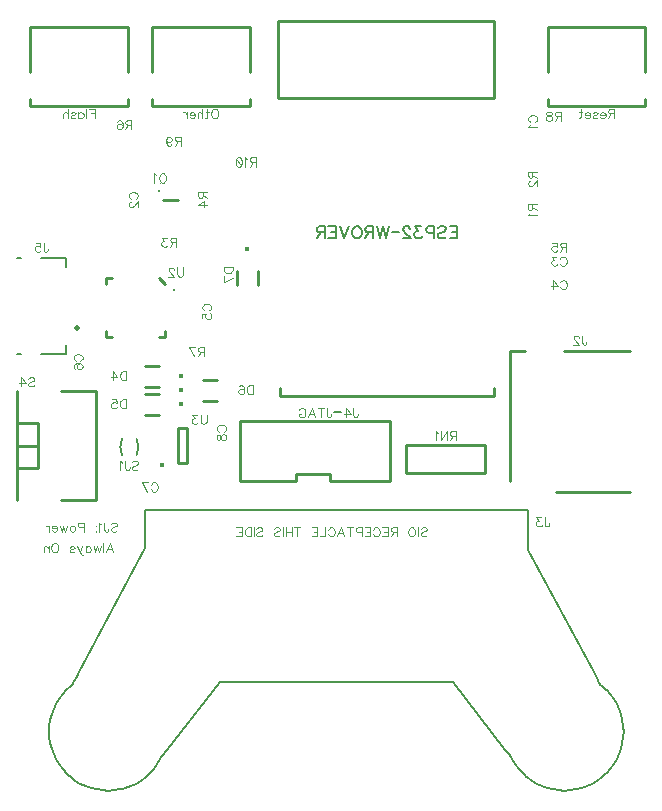
<source format=gbr>
G04 DipTrace 3.3.1.3*
G04 BottomSilk.gbr*
%MOMM*%
G04 #@! TF.FileFunction,Legend,Bot*
G04 #@! TF.Part,Single*
%ADD10C,0.25*%
%ADD14C,0.2*%
%ADD20O,0.40037X0.39994*%
%ADD22O,0.39994X0.40037*%
%ADD33C,0.15*%
%ADD34C,0.50018*%
%ADD38C,0.31758*%
%ADD44C,0.1524*%
%ADD48O,0.29906X0.3001*%
%ADD53O,0.39103X0.39118*%
%ADD119C,0.11765*%
%ADD120C,0.15686*%
%FSLAX35Y35*%
G04*
G71*
G90*
G75*
G01*
G04 BotSilk*
%LPD*%
X2221738Y4661872D2*
D10*
X2101768D1*
X2221738Y4481882D2*
X2101768D1*
D20*
X2406738Y4571877D3*
X2221738Y4423748D2*
D10*
X2101768D1*
X2221738Y4243758D2*
X2101768D1*
D20*
X2406738Y4333753D3*
X2591872Y4363672D2*
D10*
X2711842D1*
X2591872Y4543662D2*
X2711842D1*
D20*
X2406872Y4453667D3*
X2878515Y5460238D2*
D10*
Y5340268D1*
X3058505Y5460238D2*
Y5340268D1*
D22*
X2968510Y5645238D3*
X6208878Y4789699D2*
D10*
X5647157D1*
X5320836D2*
X5191304D1*
Y3687581D1*
X5577409Y3589360D2*
X6205141D1*
X5969855Y1951138D2*
D14*
X5955754Y1961350D1*
X5952836Y1966813D1*
X5947001Y1977975D1*
X5926579Y2016450D1*
X5900808Y2064663D1*
X5347456Y3101825D1*
Y3439550D1*
X5329951D1*
X5169974D1*
X4482904D1*
X3556598D1*
X2702257D1*
X2272899D1*
X2102712D1*
Y3115838D1*
X1542066Y2064663D1*
X1535258Y2052075D1*
X1523588Y2029750D1*
X1516294Y2016450D1*
X1495872Y1977975D1*
X1490037Y1966813D1*
X1487119Y1961350D1*
X1474963Y1952563D1*
X1473018Y1951138D1*
X1436550Y1918125D1*
X1403485Y1881788D1*
X1374310Y1842363D1*
X1349025Y1800325D1*
X1328116Y1755913D1*
X1311583Y1709600D1*
X1299913Y1662100D1*
X1292620Y1613650D1*
X1292133Y1606763D1*
X1290188Y1564488D1*
X1292620Y1515563D1*
X1299913Y1467113D1*
X1311583Y1419375D1*
X1328116Y1373300D1*
X1349025Y1328888D1*
X1374310Y1286850D1*
X1403485Y1247425D1*
X1415641Y1234363D1*
X1436550Y1210850D1*
X1451623Y1197075D1*
X1473018Y1178075D1*
X1512404Y1148863D1*
X1554708Y1123450D1*
X1598957Y1102550D1*
X1645151Y1086163D1*
X1692803Y1074050D1*
X1741428Y1066925D1*
X1790053Y1064550D1*
X1839164Y1066925D1*
X1887789Y1074050D1*
X1914047Y1080700D1*
X1935442Y1086163D1*
X1981635Y1102550D1*
X2025884Y1123450D1*
X2068188Y1148863D1*
X2107574Y1178075D1*
X2128483Y1197075D1*
X2143557Y1210850D1*
X2164952Y1234363D1*
X2176622Y1247425D1*
X2205796Y1286850D1*
X2231081Y1328888D1*
X2238861Y1344800D1*
X2247614Y1355725D1*
X2290404Y1410113D1*
X2737754Y1979638D1*
X4705120D1*
X5152469Y1410113D1*
X5190883Y1361425D1*
X5195259Y1355725D1*
X5204012Y1344800D1*
X5211792Y1328888D1*
X5237077Y1286850D1*
X5266252Y1247425D1*
X5299317Y1210850D1*
X5314391Y1197075D1*
X5329951Y1182825D1*
X5335299Y1178075D1*
X5374686Y1148863D1*
X5416989Y1123450D1*
X5461238Y1102550D1*
X5507432Y1086163D1*
X5555084Y1074050D1*
X5603709Y1066925D1*
X5652820Y1064550D1*
X5701445Y1066925D1*
X5750070Y1074050D1*
X5797723Y1086163D1*
X5843916Y1102550D1*
X5888165Y1123450D1*
X5930469Y1148863D1*
X5969855Y1178075D1*
X5991250Y1197075D1*
X6006324Y1210850D1*
X6010214Y1215363D1*
X6039389Y1247425D1*
X6068564Y1286850D1*
X6093849Y1328888D1*
X6114758Y1373300D1*
X6131290Y1419375D1*
X6142960Y1467113D1*
X6150254Y1515563D1*
X6152685Y1564488D1*
X6151226Y1595125D1*
X6150254Y1613650D1*
X6142960Y1662100D1*
X6131290Y1709600D1*
X6114758Y1755913D1*
X6093849Y1800325D1*
X6068564Y1842363D1*
X6039389Y1881788D1*
X6010214Y1913613D1*
X6006324Y1918125D1*
X5969855Y1951138D1*
X4175007Y3682857D2*
D10*
Y4190857D1*
X2905007D1*
Y3682857D2*
Y4190857D1*
X4175007Y3682857D2*
X3667007D1*
X3381257D2*
X2905007D1*
X3667007D2*
Y3746357D1*
X3381257D1*
Y3682857D1*
D34*
X1529698Y4978904D3*
X1224694Y4763914D2*
D33*
X1434690D1*
Y4833853D1*
X1224694Y5573856D2*
X1434690D1*
Y5493913D1*
X1054725Y4763914D2*
X1014698D1*
X1054725Y5573856D2*
X1014698D1*
X2256496Y6065133D2*
D10*
X2383510D1*
D38*
X2218680Y6144333D3*
X4312797Y3750372D2*
D10*
X4982770D1*
Y3993188D1*
X4312797D1*
Y3750372D1*
X2161598Y7145666D2*
Y7526676D1*
X2987162Y7145666D2*
X2987073Y7526676D1*
X2161598D2*
X2987162D1*
X2161598Y6923399D2*
Y6859877D1*
X2987162D1*
Y6923399D1*
X5511225Y7145692D2*
Y7526703D1*
X6336789Y7145692D2*
X6336700Y7526703D1*
X5511225D2*
X6336789D1*
X5511225Y6923426D2*
Y6859903D1*
X6336789D1*
Y6923426D1*
X1129725Y7145692D2*
Y7526703D1*
X1955289Y7145692D2*
X1955200Y7526703D1*
X1129725D2*
X1955289D1*
X1129725Y6923426D2*
Y6859903D1*
X1955289D1*
Y6923426D1*
X1688253Y4444578D2*
X1386577D1*
X1037440Y4174671D2*
X1196149D1*
Y3793669D1*
X1037440D1*
X1196149Y3984170D2*
X1037440D1*
X1021463Y4444578D2*
Y3523855D1*
X1688253Y4444578D2*
Y3523855D1*
X1386577D1*
X1907423Y4043562D2*
D44*
G03X1907423Y3901318I158336J-71122D01*
G01*
X2029343D2*
G03X2029343Y4043562I-158336J71122D01*
G01*
X5056486Y7581078D2*
D10*
X3230966D1*
Y6930204D1*
X5056486D1*
Y7581078D1*
Y4470534D2*
Y4407034D1*
X3437219Y4406082D1*
X3246728Y4407034D2*
Y4470534D1*
Y4407034D2*
X3484890D1*
X1819939Y5402159D2*
X1769991D1*
Y5352142D1*
X1819939Y4902101D2*
X1769991D1*
Y4952119D2*
Y4902101D1*
X2269913D2*
X2219902D1*
X2269913Y4952119D2*
Y4902101D1*
D48*
X2344804Y5302153D3*
X2219902Y5402159D2*
D10*
X2269913Y5352142D1*
D53*
X2243652Y3820896D3*
X2380978Y3834262D2*
D10*
Y4134257D1*
X2460964Y3834262D2*
Y4134257D1*
X2380978D2*
X2460964D1*
X2380978Y3834262D2*
X2460964D1*
X5364235Y6725951D2*
D119*
X5356992Y6729573D1*
X5349663Y6736901D1*
X5346042Y6744145D1*
Y6758717D1*
X5349663Y6766045D1*
X5356992Y6773289D1*
X5364235Y6776995D1*
X5375185Y6780617D1*
X5393463D1*
X5404329Y6776995D1*
X5411657Y6773289D1*
X5418901Y6766045D1*
X5422607Y6758717D1*
Y6744145D1*
X5418901Y6736901D1*
X5411657Y6729573D1*
X5404329Y6725951D1*
X5360698Y6702422D2*
X5356991Y6695094D1*
X5346126Y6684144D1*
X5422607D1*
X1982862Y6075587D2*
X1975618Y6079209D1*
X1968290Y6086537D1*
X1964668Y6093781D1*
Y6108353D1*
X1968290Y6115681D1*
X1975618Y6122925D1*
X1982862Y6126631D1*
X1993812Y6130253D1*
X2012090D1*
X2022956Y6126631D1*
X2030284Y6122925D1*
X2037528Y6115681D1*
X2041234Y6108353D1*
Y6093781D1*
X2037528Y6086537D1*
X2030284Y6079209D1*
X2022956Y6075587D1*
X1982946Y6048352D2*
X1979324D1*
X1971996Y6044730D1*
X1968374Y6041108D1*
X1964752Y6033780D1*
Y6019208D1*
X1968374Y6011964D1*
X1971996Y6008342D1*
X1979324Y6004636D1*
X1986568D1*
X1993896Y6008342D1*
X2004762Y6015586D1*
X2041234Y6052058D1*
Y6001014D1*
X5615290Y5566438D2*
X5618912Y5573682D1*
X5626240Y5581010D1*
X5633484Y5584632D1*
X5648056D1*
X5655384Y5581010D1*
X5662628Y5573682D1*
X5666334Y5566438D1*
X5669956Y5555488D1*
Y5537210D1*
X5666334Y5526344D1*
X5662628Y5519016D1*
X5655384Y5511772D1*
X5648056Y5508066D1*
X5633484D1*
X5626240Y5511772D1*
X5618912Y5519016D1*
X5615290Y5526344D1*
X5584433Y5584548D2*
X5544423D1*
X5566239Y5555404D1*
X5555289D1*
X5548045Y5551782D1*
X5544423Y5548160D1*
X5540717Y5537210D1*
Y5529966D1*
X5544423Y5519016D1*
X5551667Y5511688D1*
X5562617Y5508066D1*
X5573567D1*
X5584433Y5511688D1*
X5588055Y5515394D1*
X5591761Y5522638D1*
X5618558Y5367841D2*
X5622180Y5375085D1*
X5629508Y5382413D1*
X5636752Y5386035D1*
X5651324D1*
X5658652Y5382413D1*
X5665896Y5375085D1*
X5669602Y5367841D1*
X5673224Y5356891D1*
Y5338613D1*
X5669602Y5327748D1*
X5665896Y5320420D1*
X5658652Y5313176D1*
X5651324Y5309470D1*
X5636752D1*
X5629508Y5313176D1*
X5622180Y5320420D1*
X5618558Y5327748D1*
X5558557Y5309470D2*
Y5385951D1*
X5595029Y5334991D1*
X5540363D1*
X2605005Y5129644D2*
X2597762Y5133266D1*
X2590433Y5140594D1*
X2586812Y5147838D1*
Y5162410D1*
X2590433Y5169738D1*
X2597762Y5176982D1*
X2605005Y5180688D1*
X2615955Y5184310D1*
X2634233D1*
X2645099Y5180688D1*
X2652427Y5176982D1*
X2659671Y5169738D1*
X2663377Y5162410D1*
Y5147838D1*
X2659671Y5140594D1*
X2652427Y5133266D1*
X2645099Y5129644D1*
X2586896Y5062399D2*
Y5098787D1*
X2619662Y5102408D1*
X2616040Y5098787D1*
X2612333Y5087837D1*
Y5076971D1*
X2616040Y5066021D1*
X2623283Y5058693D1*
X2634233Y5055071D1*
X2641477D1*
X2652427Y5058693D1*
X2659755Y5066021D1*
X2663377Y5076971D1*
Y5087836D1*
X2659755Y5098786D1*
X2656049Y5102408D1*
X2648805Y5106115D1*
X1514859Y4703851D2*
X1507615Y4707473D1*
X1500287Y4714801D1*
X1496665Y4722045D1*
Y4736617D1*
X1500287Y4743945D1*
X1507615Y4751189D1*
X1514859Y4754895D1*
X1525809Y4758517D1*
X1544087D1*
X1554953Y4754895D1*
X1562281Y4751188D1*
X1569524Y4743945D1*
X1573231Y4736616D1*
Y4722045D1*
X1569524Y4714801D1*
X1562281Y4707473D1*
X1554953Y4703851D1*
X1507615Y4636606D2*
X1500371Y4640228D1*
X1496749Y4651178D1*
Y4658422D1*
X1500371Y4669372D1*
X1511321Y4676700D1*
X1529515Y4680322D1*
X1547709Y4680321D1*
X1562281Y4676700D1*
X1569609Y4669371D1*
X1573231Y4658421D1*
Y4654800D1*
X1569609Y4643934D1*
X1562281Y4636606D1*
X1551330Y4632984D1*
X1547709D1*
X1536759Y4636606D1*
X1529515Y4643934D1*
X1525893Y4654800D1*
Y4658422D1*
X1529515Y4669372D1*
X1536759Y4676700D1*
X1547709Y4680321D1*
X2152960Y3654368D2*
X2156582Y3661612D1*
X2163910Y3668940D1*
X2171154Y3672562D1*
X2185726D1*
X2193054Y3668940D1*
X2200298Y3661612D1*
X2204004Y3654368D1*
X2207626Y3643418D1*
Y3625140D1*
X2204004Y3614274D1*
X2200298Y3606946D1*
X2193054Y3599702D1*
X2185726Y3595996D1*
X2171154D1*
X2163910Y3599702D1*
X2156582Y3606946D1*
X2152960Y3614274D1*
X2114859Y3595996D2*
X2078387Y3672477D1*
X2129431D1*
X2728982Y4104042D2*
X2721738Y4107664D1*
X2714410Y4114992D1*
X2710788Y4122236D1*
Y4136808D1*
X2714410Y4144136D1*
X2721738Y4151379D1*
X2728982Y4155086D1*
X2739932Y4158708D1*
X2758210Y4158707D1*
X2769076Y4155086D1*
X2776404Y4151379D1*
X2783648Y4144136D1*
X2787354Y4136807D1*
Y4122236D1*
X2783648Y4114992D1*
X2776404Y4107664D1*
X2769076Y4104042D1*
X2710872Y4062319D2*
X2714494Y4073184D1*
X2721738Y4076891D1*
X2729066D1*
X2736310Y4073184D1*
X2740016Y4065941D1*
X2743638Y4051369D1*
X2747260Y4040419D1*
X2754588Y4033175D1*
X2761832Y4029553D1*
X2772782D1*
X2780026Y4033175D1*
X2783732Y4036797D1*
X2787354Y4047747D1*
Y4062319D1*
X2783732Y4073184D1*
X2780026Y4076890D1*
X2772782Y4080512D1*
X2761832D1*
X2754588Y4076891D1*
X2747260Y4069562D1*
X2743638Y4058697D1*
X2740016Y4044125D1*
X2736310Y4036797D1*
X2729066Y4033175D1*
X2721738D1*
X2714494Y4036797D1*
X2710872Y4047747D1*
Y4062319D1*
X1941376Y4614714D2*
Y4538148D1*
X1915854D1*
X1904904Y4541854D1*
X1897576Y4549098D1*
X1893954Y4556426D1*
X1890332Y4567292D1*
Y4585570D1*
X1893954Y4596520D1*
X1897576Y4603764D1*
X1904904Y4611092D1*
X1915854Y4614714D1*
X1941376D1*
X1830331Y4538148D2*
Y4614629D1*
X1866803Y4563670D1*
X1812137D1*
X1939565Y4376590D2*
Y4300025D1*
X1914043D1*
X1903093Y4303731D1*
X1895765Y4310975D1*
X1892143Y4318303D1*
X1888521Y4329168D1*
Y4347446D1*
X1892143Y4358396D1*
X1895765Y4365640D1*
X1903093Y4372968D1*
X1914043Y4376590D1*
X1939565D1*
X1821276Y4376506D2*
X1857664D1*
X1861286Y4343740D1*
X1857664Y4347362D1*
X1846714Y4351068D1*
X1835848D1*
X1824898Y4347362D1*
X1817570Y4340118D1*
X1813948Y4329168D1*
Y4321925D1*
X1817570Y4310975D1*
X1824898Y4303646D1*
X1835848Y4300025D1*
X1846714D1*
X1857664Y4303646D1*
X1861286Y4307353D1*
X1864992Y4314596D1*
X3013686Y4496504D2*
Y4419938D1*
X2988164D1*
X2977214Y4423644D1*
X2969886Y4430888D1*
X2966264Y4438216D1*
X2962642Y4449082D1*
Y4467360D1*
X2966264Y4478310D1*
X2969886Y4485554D1*
X2977214Y4492882D1*
X2988164Y4496504D1*
X3013686D1*
X2895396Y4485554D2*
X2899018Y4492798D1*
X2909968Y4496419D1*
X2917212D1*
X2928162Y4492798D1*
X2935490Y4481848D1*
X2939112Y4463654D1*
Y4445460D1*
X2935490Y4430888D1*
X2928162Y4423560D1*
X2917212Y4419938D1*
X2913590D1*
X2902725Y4423560D1*
X2895396Y4430888D1*
X2891775Y4441838D1*
Y4445460D1*
X2895396Y4456410D1*
X2902725Y4463654D1*
X2913590Y4467276D1*
X2917212D1*
X2928162Y4463654D1*
X2935490Y4456410D1*
X2939112Y4445460D1*
X2766923Y5495565D2*
X2843489D1*
Y5470043D1*
X2839783Y5459093D1*
X2832539Y5451765D1*
X2825211Y5448143D1*
X2814345Y5444522D1*
X2796067D1*
X2785117Y5448144D1*
X2777873Y5451765D1*
X2770545Y5459094D1*
X2766923Y5470044D1*
Y5495565D1*
X2843489Y5406420D2*
X2767007Y5369948D1*
Y5420992D1*
X5801967Y4916599D2*
Y4858311D1*
X5805589Y4847361D1*
X5809295Y4843739D1*
X5816539Y4840033D1*
X5823867D1*
X5831111Y4843739D1*
X5834733Y4847361D1*
X5838439Y4858311D1*
Y4865555D1*
X5774732Y4898321D2*
Y4901943D1*
X5771110Y4909271D1*
X5767488Y4912893D1*
X5760160Y4916514D1*
X5745588D1*
X5738344Y4912893D1*
X5734722Y4909271D1*
X5731016Y4901943D1*
Y4894699D1*
X5734722Y4887371D1*
X5741966Y4876505D1*
X5778438Y4840033D1*
X5727394D1*
X5486737Y3376519D2*
Y3318231D1*
X5490359Y3307281D1*
X5494065Y3303659D1*
X5501309Y3299953D1*
X5508637D1*
X5515881Y3303659D1*
X5519503Y3307281D1*
X5523209Y3318231D1*
Y3325475D1*
X5455880Y3376434D2*
X5415870D1*
X5437686Y3347291D1*
X5426736D1*
X5419492Y3343669D1*
X5415870Y3340047D1*
X5412164Y3329097D1*
Y3321853D1*
X5415870Y3310903D1*
X5423114Y3303575D1*
X5434064Y3299953D1*
X5445014D1*
X5455880Y3303575D1*
X5459502Y3307281D1*
X5463208Y3314525D1*
X3639106Y4302449D2*
Y4244161D1*
X3642728Y4233211D1*
X3646434Y4229589D1*
X3653678Y4225883D1*
X3661006D1*
X3668249Y4229589D1*
X3671871Y4233211D1*
X3675578Y4244161D1*
Y4251405D1*
X3590054Y4302449D2*
Y4225883D1*
X3615576Y4302449D2*
X3564532D1*
X3482631Y4225883D2*
X3511859Y4302449D1*
X3541003Y4225883D1*
X3530053Y4251405D2*
X3493581D1*
X3404436Y4284255D2*
X3408058Y4291499D1*
X3415386Y4298827D1*
X3422630Y4302449D1*
X3437202D1*
X3444530Y4298827D1*
X3451774Y4291499D1*
X3455480Y4284255D1*
X3459102Y4273305D1*
Y4255027D1*
X3455480Y4244161D1*
X3451774Y4236833D1*
X3444530Y4229589D1*
X3437202Y4225883D1*
X3422630D1*
X3415386Y4229589D1*
X3408058Y4236833D1*
X3404436Y4244161D1*
Y4255027D1*
X3422630D1*
X3865988Y4301662D2*
Y4243374D1*
X3869610Y4232424D1*
X3873316Y4228802D1*
X3880560Y4225096D1*
X3887888D1*
X3895132Y4228802D1*
X3898754Y4232424D1*
X3902460Y4243374D1*
Y4250618D1*
X3805987Y4225096D2*
Y4301577D1*
X3842459Y4250618D1*
X3787793D1*
X1242951Y5702975D2*
Y5644688D1*
X1246573Y5633738D1*
X1250279Y5630116D1*
X1257523Y5626410D1*
X1264851D1*
X1272095Y5630116D1*
X1275716Y5633738D1*
X1279423Y5644688D1*
Y5651931D1*
X1175706Y5702891D2*
X1212093D1*
X1215715Y5670125D1*
X1212093Y5673747D1*
X1201143Y5677453D1*
X1190277D1*
X1179327Y5673747D1*
X1171999Y5666503D1*
X1168377Y5655553D1*
Y5648310D1*
X1171999Y5637360D1*
X1179327Y5630031D1*
X1190277Y5626410D1*
X1201143D1*
X1212093Y5630031D1*
X1215715Y5633738D1*
X1219421Y5640981D1*
X2258590Y6288602D2*
X2265834Y6285064D1*
X2273162Y6277736D1*
X2276784Y6270408D1*
X2280490Y6259458D1*
Y6241264D1*
X2276784Y6230314D1*
X2273162Y6223070D1*
X2265834Y6215742D1*
X2258590Y6212120D1*
X2244018D1*
X2236690Y6215742D1*
X2229446Y6223070D1*
X2225824Y6230314D1*
X2222118Y6241264D1*
Y6259458D1*
X2225824Y6270408D1*
X2229446Y6277736D1*
X2236690Y6285064D1*
X2244018Y6288602D1*
X2258590D1*
X2247640Y6226692D2*
X2225824Y6204792D1*
X2198588Y6273946D2*
X2191260Y6277652D1*
X2180310Y6288518D1*
Y6212036D1*
X5379900Y6029716D2*
Y5996950D1*
X5376194Y5986000D1*
X5372572Y5982294D1*
X5365328Y5978672D1*
X5358000D1*
X5350756Y5982294D1*
X5347050Y5986000D1*
X5343428Y5996950D1*
Y6029716D1*
X5419994D1*
X5379900Y6004194D2*
X5419994Y5978672D1*
X5358084Y5955143D2*
X5354378Y5947815D1*
X5343512Y5936865D1*
X5419994D1*
X5381947Y6304575D2*
Y6271810D1*
X5378241Y6260860D1*
X5374619Y6257153D1*
X5367375Y6253532D1*
X5360047D1*
X5352803Y6257154D1*
X5349097Y6260860D1*
X5345475Y6271810D1*
Y6304575D1*
X5422041D1*
X5381947Y6279053D2*
X5422041Y6253531D1*
X5363753Y6226296D2*
X5360131D1*
X5352803Y6222674D1*
X5349181Y6219052D1*
X5345559Y6211724D1*
Y6197152D1*
X5349181Y6189908D1*
X5352803Y6186287D1*
X5360131Y6182580D1*
X5367375D1*
X5374703Y6186287D1*
X5385569Y6193530D1*
X5422041Y6230002D1*
X5422040Y6178958D1*
X2366355Y5707300D2*
X2333589D1*
X2322639Y5711006D1*
X2318933Y5714628D1*
X2315311Y5721872D1*
Y5729200D1*
X2318933Y5736444D1*
X2322639Y5740150D1*
X2333589Y5743772D1*
X2366355D1*
Y5667206D1*
X2340833Y5707300D2*
X2315311Y5667206D1*
X2284454Y5743687D2*
X2244444D1*
X2266260Y5714544D1*
X2255310D1*
X2248066Y5710922D1*
X2244444Y5707300D1*
X2240738Y5696350D1*
Y5689106D1*
X2244444Y5678156D1*
X2251688Y5670828D1*
X2262638Y5667206D1*
X2273588D1*
X2284454Y5670828D1*
X2288076Y5674534D1*
X2291782Y5681778D1*
X2589574Y6130253D2*
Y6097487D1*
X2585868Y6086537D1*
X2582246Y6082831D1*
X2575002Y6079209D1*
X2567674D1*
X2560430Y6082831D1*
X2556724Y6086537D1*
X2553102Y6097487D1*
Y6130253D1*
X2629668D1*
X2589574Y6104731D2*
X2629668Y6079209D1*
Y6019208D2*
X2553186D1*
X2604146Y6055680D1*
Y6001014D1*
X5668065Y5666253D2*
X5635299D1*
X5624349Y5669960D1*
X5620643Y5673581D1*
X5617021Y5680825D1*
Y5688153D1*
X5620643Y5695397D1*
X5624349Y5699103D1*
X5635299Y5702725D1*
X5668065D1*
Y5626160D1*
X5642543Y5666253D2*
X5617021Y5626160D1*
X5549776Y5702641D2*
X5586164D1*
X5589786Y5669875D1*
X5586164Y5673497D1*
X5575214Y5677203D1*
X5564348D1*
X5553398Y5673497D1*
X5546070Y5666253D1*
X5542448Y5655303D1*
Y5648060D1*
X5546070Y5637110D1*
X5553398Y5629781D1*
X5564348Y5626160D1*
X5575214D1*
X5586164Y5629781D1*
X5589786Y5633488D1*
X5593492Y5640731D1*
X1985899Y6702393D2*
X1953133D1*
X1942183Y6706100D1*
X1938477Y6709721D1*
X1934855Y6716965D1*
Y6724293D1*
X1938477Y6731537D1*
X1942183Y6735243D1*
X1953133Y6738865D1*
X1985899D1*
Y6662300D1*
X1960377Y6702393D2*
X1934855Y6662300D1*
X1867610Y6727915D2*
X1871232Y6735159D1*
X1882182Y6738781D1*
X1889426D1*
X1900376Y6735159D1*
X1907704Y6724209D1*
X1911326Y6706015D1*
Y6687821D1*
X1907704Y6673250D1*
X1900376Y6665921D1*
X1889426Y6662300D1*
X1885804D1*
X1874938Y6665921D1*
X1867610Y6673250D1*
X1863988Y6684200D1*
Y6687821D1*
X1867610Y6698771D1*
X1874938Y6706015D1*
X1885804Y6709637D1*
X1889426D1*
X1900376Y6706015D1*
X1907704Y6698771D1*
X1911326Y6687821D1*
X2601029Y4779622D2*
X2568263D1*
X2557313Y4783328D1*
X2553607Y4786950D1*
X2549985Y4794194D1*
Y4801522D1*
X2553607Y4808766D1*
X2557313Y4812472D1*
X2568263Y4816094D1*
X2601029D1*
Y4739528D1*
X2575507Y4779622D2*
X2549985Y4739528D1*
X2511883D2*
X2475411Y4816009D1*
X2526455D1*
X5622446Y6774052D2*
X5589681D1*
X5578731Y6777758D1*
X5575025Y6781380D1*
X5571403Y6788624D1*
Y6795952D1*
X5575025Y6803196D1*
X5578731Y6806902D1*
X5589681Y6810524D1*
X5622446D1*
Y6733958D1*
X5596925Y6774052D2*
X5571403Y6733958D1*
X5529679Y6810439D2*
X5540545Y6806818D1*
X5544251Y6799574D1*
Y6792246D1*
X5540545Y6785002D1*
X5533301Y6781296D1*
X5518729Y6777674D1*
X5507779Y6774052D1*
X5500536Y6766724D1*
X5496914Y6759480D1*
Y6748530D1*
X5500536Y6741286D1*
X5504157Y6737580D1*
X5515107Y6733958D1*
X5529679D1*
X5540545Y6737580D1*
X5544251Y6741286D1*
X5547873Y6748530D1*
Y6759480D1*
X5544251Y6766724D1*
X5536923Y6774052D1*
X5526057Y6777674D1*
X5511486Y6781296D1*
X5504157Y6785002D1*
X5500536Y6792246D1*
Y6799574D1*
X5504157Y6806818D1*
X5515107Y6810439D1*
X5529679D1*
X2402548Y6565050D2*
X2369782D1*
X2358832Y6568756D1*
X2355126Y6572378D1*
X2351504Y6579622D1*
Y6586950D1*
X2355126Y6594194D1*
X2358832Y6597900D1*
X2369782Y6601522D1*
X2402548D1*
Y6524956D1*
X2377026Y6565050D2*
X2351504Y6524956D1*
X2280552Y6576000D2*
X2284259Y6565050D1*
X2291502Y6557722D1*
X2302452Y6554100D1*
X2306074D1*
X2317024Y6557722D1*
X2324268Y6565050D1*
X2327974Y6576000D1*
Y6579622D1*
X2324268Y6590572D1*
X2317024Y6597816D1*
X2306074Y6601438D1*
X2302452D1*
X2291502Y6597816D1*
X2284259Y6590572D1*
X2280552Y6576000D1*
Y6557722D1*
X2284259Y6539528D1*
X2291502Y6528578D1*
X2302452Y6524956D1*
X2309696D1*
X2320646Y6528578D1*
X2324268Y6535906D1*
X3037416Y6387806D2*
X3004650D1*
X2993700Y6391513D1*
X2989994Y6395134D1*
X2986372Y6402378D1*
Y6409706D1*
X2989994Y6416950D1*
X2993700Y6420656D1*
X3004650Y6424278D1*
X3037416D1*
Y6347713D1*
X3011894Y6387806D2*
X2986372Y6347713D1*
X2962842Y6409622D2*
X2955514Y6413328D1*
X2944564Y6424194D1*
Y6347713D1*
X2899135Y6424194D2*
X2910085Y6420572D1*
X2917413Y6409622D1*
X2921035Y6391428D1*
Y6380478D1*
X2917413Y6362284D1*
X2910085Y6351334D1*
X2899135Y6347713D1*
X2891891D1*
X2880941Y6351334D1*
X2873697Y6362284D1*
X2869991Y6380478D1*
Y6391428D1*
X2873697Y6409622D1*
X2880941Y6420572D1*
X2891891Y6424194D1*
X2899135D1*
X2873697Y6409622D2*
X2917413Y6362284D1*
X4731496Y4068308D2*
X4698730D1*
X4687780Y4072015D1*
X4684074Y4075636D1*
X4680452Y4082880D1*
Y4090208D1*
X4684074Y4097452D1*
X4687780Y4101158D1*
X4698730Y4104780D1*
X4731496D1*
Y4028215D1*
X4705974Y4068308D2*
X4680452Y4028215D1*
X4605879Y4104780D2*
Y4028215D1*
X4656922Y4104780D1*
Y4028215D1*
X4582349Y4090124D2*
X4575021Y4093830D1*
X4564071Y4104696D1*
Y4028215D1*
X2699773Y6834032D2*
X2707102Y6830410D1*
X2714345Y6823082D1*
X2718052Y6815838D1*
X2721673Y6804888D1*
Y6786610D1*
X2718052Y6775744D1*
X2714345Y6768416D1*
X2707102Y6761172D1*
X2699773Y6757466D1*
X2685202D1*
X2677958Y6761172D1*
X2670630Y6768416D1*
X2667008Y6775744D1*
X2663386Y6786610D1*
Y6804888D1*
X2667008Y6815838D1*
X2670630Y6823082D1*
X2677958Y6830410D1*
X2685202Y6834032D1*
X2699773D1*
X2628906D2*
Y6772038D1*
X2625284Y6761172D1*
X2617956Y6757466D1*
X2610713D1*
X2639856Y6808510D2*
X2614334D1*
X2587183Y6834032D2*
Y6757466D1*
Y6793938D2*
X2576233Y6804888D1*
X2568905Y6808510D1*
X2557955D1*
X2550711Y6804888D1*
X2547089Y6793938D1*
Y6757466D1*
X2523560Y6786610D2*
X2479844D1*
Y6793938D1*
X2483466Y6801266D1*
X2487088Y6804888D1*
X2494416Y6808510D1*
X2505366D1*
X2512610Y6804888D1*
X2519938Y6797560D1*
X2523560Y6786610D1*
Y6779366D1*
X2519938Y6768416D1*
X2512610Y6761172D1*
X2505366Y6757466D1*
X2494416D1*
X2487088Y6761172D1*
X2479844Y6768416D1*
X2456315Y6808510D2*
Y6757466D1*
Y6786610D2*
X2452609Y6797560D1*
X2445365Y6804888D1*
X2438037Y6808510D1*
X2427087D1*
X6074922Y6797586D2*
X6042156D1*
X6031206Y6801293D1*
X6027500Y6804914D1*
X6023878Y6812158D1*
Y6819486D1*
X6027500Y6826730D1*
X6031206Y6830436D1*
X6042156Y6834058D1*
X6074922D1*
Y6757493D1*
X6049400Y6797586D2*
X6023878Y6757493D1*
X6000349Y6786636D2*
X5956633D1*
Y6793964D1*
X5960255Y6801293D1*
X5963877Y6804914D1*
X5971205Y6808536D1*
X5982155D1*
X5989399Y6804914D1*
X5996727Y6797586D1*
X6000349Y6786636D1*
Y6779393D1*
X5996727Y6768443D1*
X5989399Y6761199D1*
X5982155Y6757493D1*
X5971205D1*
X5963877Y6761199D1*
X5956633Y6768443D1*
X5893010Y6797586D2*
X5896632Y6804914D1*
X5907582Y6808536D1*
X5918532D1*
X5929482Y6804914D1*
X5933104Y6797586D1*
X5929482Y6790343D1*
X5922154Y6786636D1*
X5903960Y6783014D1*
X5896632Y6779393D1*
X5893010Y6772064D1*
Y6768443D1*
X5896632Y6761199D1*
X5907582Y6757493D1*
X5918532D1*
X5929482Y6761199D1*
X5933104Y6768443D1*
X5869480Y6786636D2*
X5825765D1*
Y6793964D1*
X5829387Y6801293D1*
X5833008Y6804914D1*
X5840337Y6808536D1*
X5851287D1*
X5858530Y6804914D1*
X5865858Y6797586D1*
X5869480Y6786636D1*
Y6779393D1*
X5865858Y6768443D1*
X5858530Y6761199D1*
X5851287Y6757493D1*
X5840337D1*
X5833008Y6761199D1*
X5825765Y6768443D1*
X5791285Y6834058D2*
Y6772064D1*
X5787663Y6761199D1*
X5780335Y6757493D1*
X5773091D1*
X5802235Y6808536D2*
X5776713D1*
X1627806Y6834058D2*
X1675228D1*
Y6757493D1*
Y6797586D2*
X1646084D1*
X1604277Y6834058D2*
Y6757493D1*
X1537032Y6808536D2*
Y6757493D1*
Y6797586D2*
X1544276Y6804914D1*
X1551604Y6808536D1*
X1562469D1*
X1569797Y6804914D1*
X1577041Y6797586D1*
X1580747Y6786636D1*
Y6779393D1*
X1577041Y6768443D1*
X1569797Y6761199D1*
X1562469Y6757493D1*
X1551604D1*
X1544276Y6761199D1*
X1537032Y6768443D1*
X1473408Y6797586D2*
X1477030Y6804914D1*
X1487980Y6808536D1*
X1498930D1*
X1509880Y6804914D1*
X1513502Y6797586D1*
X1509880Y6790343D1*
X1502552Y6786636D1*
X1484358Y6783014D1*
X1477030Y6779393D1*
X1473408Y6772064D1*
Y6768443D1*
X1477030Y6761199D1*
X1487980Y6757493D1*
X1498930D1*
X1509880Y6761199D1*
X1513502Y6768443D1*
X1449879Y6834058D2*
Y6757493D1*
Y6793964D2*
X1438929Y6804914D1*
X1431601Y6808536D1*
X1420651D1*
X1413407Y6804914D1*
X1409785Y6793964D1*
Y6757493D1*
X1114452Y4550905D2*
X1121696Y4558233D1*
X1132646Y4561855D1*
X1147218D1*
X1158168Y4558233D1*
X1165496Y4550905D1*
Y4543661D1*
X1161790Y4536333D1*
X1158168Y4532711D1*
X1150924Y4529090D1*
X1129024Y4521761D1*
X1121696Y4518140D1*
X1118074Y4514433D1*
X1114452Y4507190D1*
Y4496240D1*
X1121696Y4488996D1*
X1132646Y4485290D1*
X1147218D1*
X1158168Y4488996D1*
X1165496Y4496240D1*
X1054451Y4485290D2*
Y4561771D1*
X1090923Y4510811D1*
X1036257D1*
X1993766Y3844205D2*
X2001010Y3851533D1*
X2011960Y3855155D1*
X2026532D1*
X2037482Y3851533D1*
X2044810Y3844205D1*
Y3836961D1*
X2041104Y3829633D1*
X2037482Y3826011D1*
X2030238Y3822389D1*
X2008338Y3815061D1*
X2001010Y3811439D1*
X1997388Y3807733D1*
X1993766Y3800489D1*
Y3789539D1*
X2001010Y3782295D1*
X2011960Y3778589D1*
X2026532D1*
X2037482Y3782295D1*
X2044810Y3789539D1*
X1933765Y3855155D2*
Y3796867D1*
X1937386Y3785917D1*
X1941093Y3782295D1*
X1948336Y3778589D1*
X1955665D1*
X1962908Y3782295D1*
X1966530Y3785917D1*
X1970236Y3796867D1*
Y3804111D1*
X1910235Y3840499D2*
X1902907Y3844205D1*
X1891957Y3855071D1*
Y3778589D1*
X2423939Y5492722D2*
Y5438056D1*
X2420317Y5427106D1*
X2412989Y5419862D1*
X2402039Y5416156D1*
X2394795D1*
X2383845Y5419862D1*
X2376517Y5427106D1*
X2372895Y5438056D1*
Y5492722D1*
X2345659Y5474444D2*
Y5478066D1*
X2342037Y5485394D1*
X2338415Y5489016D1*
X2331087Y5492638D1*
X2316515D1*
X2309271Y5489016D1*
X2305650Y5485394D1*
X2301943Y5478066D1*
Y5470822D1*
X2305650Y5463494D1*
X2312893Y5452628D1*
X2349365Y5416156D1*
X2298321D1*
X2623172Y4245845D2*
Y4191180D1*
X2619550Y4180230D1*
X2612222Y4172986D1*
X2601272Y4169280D1*
X2594028D1*
X2583078Y4172986D1*
X2575750Y4180230D1*
X2572128Y4191180D1*
Y4245845D1*
X2541271Y4245761D2*
X2501261D1*
X2523077Y4216617D1*
X2512127D1*
X2504883Y4212995D1*
X2501261Y4209373D1*
X2497555Y4198423D1*
Y4191180D1*
X2501261Y4180230D1*
X2508505Y4172901D1*
X2519455Y4169280D1*
X2530405D1*
X2541271Y4172901D1*
X2544893Y4176608D1*
X2548599Y4183851D1*
X1815074Y3322112D2*
X1822318Y3329440D1*
X1833268Y3333062D1*
X1847840D1*
X1858790Y3329440D1*
X1866118Y3322112D1*
Y3314868D1*
X1862412Y3307540D1*
X1858790Y3303918D1*
X1851546Y3300296D1*
X1829646Y3292968D1*
X1822318Y3289346D1*
X1818696Y3285640D1*
X1815074Y3278396D1*
Y3267446D1*
X1822318Y3260202D1*
X1833268Y3256496D1*
X1847840D1*
X1858790Y3260202D1*
X1866118Y3267446D1*
X1755073Y3333062D2*
Y3274774D1*
X1758695Y3263824D1*
X1762401Y3260202D1*
X1769645Y3256496D1*
X1776973D1*
X1784217Y3260202D1*
X1787839Y3263824D1*
X1791545Y3274774D1*
Y3282018D1*
X1731544Y3318405D2*
X1724215Y3322112D1*
X1713265Y3332977D1*
Y3256496D1*
X1686030Y3307540D2*
X1689736Y3303834D1*
X1686030Y3300212D1*
X1682408Y3303834D1*
X1686030Y3307540D1*
Y3263824D2*
X1689736Y3260118D1*
X1686030Y3256496D1*
X1682408Y3260118D1*
X1686030Y3263824D1*
X1584811Y3292968D2*
X1551961D1*
X1541095Y3296590D1*
X1537389Y3300296D1*
X1533767Y3307540D1*
Y3318490D1*
X1537389Y3325734D1*
X1541095Y3329440D1*
X1551961Y3333062D1*
X1584811D1*
Y3256496D1*
X1492044Y3307540D2*
X1499287Y3303918D1*
X1506615Y3296590D1*
X1510237Y3285640D1*
Y3278396D1*
X1506615Y3267446D1*
X1499287Y3260202D1*
X1492044Y3256496D1*
X1481094D1*
X1473765Y3260202D1*
X1466522Y3267446D1*
X1462815Y3278396D1*
Y3285640D1*
X1466522Y3296590D1*
X1473765Y3303918D1*
X1481094Y3307540D1*
X1492044D1*
X1439286D2*
X1424714Y3256496D1*
X1410142Y3307540D1*
X1395570Y3256496D1*
X1380998Y3307540D1*
X1357469Y3285640D2*
X1313753D1*
Y3292968D1*
X1317375Y3300296D1*
X1320997Y3303918D1*
X1328325Y3307540D1*
X1339275D1*
X1346519Y3303918D1*
X1353847Y3296590D1*
X1357469Y3285640D1*
Y3278396D1*
X1353847Y3267446D1*
X1346519Y3260202D1*
X1339275Y3256496D1*
X1328325D1*
X1320997Y3260202D1*
X1313753Y3267446D1*
X1290224Y3307540D2*
Y3256496D1*
Y3285640D2*
X1286518Y3296590D1*
X1279274Y3303918D1*
X1271946Y3307540D1*
X1260996D1*
X4679945Y5840747D2*
D120*
X4743062D1*
Y5738659D1*
X4679945D1*
X4743062Y5792117D2*
X4704204D1*
X4580514Y5826147D2*
X4590173Y5835917D1*
X4604773Y5840747D1*
X4624202D1*
X4638802Y5835917D1*
X4648573Y5826147D1*
Y5816488D1*
X4643631Y5806717D1*
X4638802Y5801888D1*
X4629143Y5797059D1*
X4599943Y5787288D1*
X4590173Y5782459D1*
X4585343Y5777517D1*
X4580514Y5767859D1*
Y5753259D1*
X4590173Y5743600D1*
X4604773Y5738659D1*
X4624202D1*
X4638802Y5743600D1*
X4648573Y5753259D1*
X4549141Y5787288D2*
X4505341D1*
X4490854Y5792117D1*
X4485912Y5797059D1*
X4481083Y5806717D1*
Y5821317D1*
X4485912Y5830976D1*
X4490854Y5835917D1*
X4505341Y5840747D1*
X4549141D1*
Y5738659D1*
X4439940Y5840634D2*
X4386594D1*
X4415681Y5801776D1*
X4401081D1*
X4391423Y5796947D1*
X4386594Y5792117D1*
X4381652Y5777517D1*
Y5767859D1*
X4386594Y5753259D1*
X4396252Y5743488D1*
X4410852Y5738659D1*
X4425452D1*
X4439940Y5743488D1*
X4444769Y5748430D1*
X4449710Y5758088D1*
X4345338Y5816376D2*
Y5821205D1*
X4340509Y5830976D1*
X4335679Y5835805D1*
X4325909Y5840634D1*
X4306479D1*
X4296821Y5835805D1*
X4291992Y5830976D1*
X4287050Y5821205D1*
Y5811547D1*
X4291992Y5801776D1*
X4301650Y5787288D1*
X4350279Y5738659D1*
X4282221D1*
X4250848Y5789647D2*
X4194695D1*
X4163322Y5840747D2*
X4138951Y5738659D1*
X4114693Y5840747D1*
X4090434Y5738659D1*
X4066064Y5840747D1*
X4034691Y5792117D2*
X3991003D1*
X3976403Y5797059D1*
X3971462Y5801888D1*
X3966633Y5811547D1*
Y5821317D1*
X3971462Y5830976D1*
X3976403Y5835917D1*
X3991003Y5840747D1*
X4034691D1*
Y5738659D1*
X4000662Y5792117D2*
X3966633Y5738659D1*
X3906060Y5840747D2*
X3915831Y5835917D1*
X3925489Y5826147D1*
X3930431Y5816488D1*
X3935260Y5801888D1*
Y5777517D1*
X3930431Y5763030D1*
X3925489Y5753259D1*
X3915831Y5743600D1*
X3906060Y5738659D1*
X3886631D1*
X3876972Y5743600D1*
X3867202Y5753259D1*
X3862372Y5763030D1*
X3857543Y5777517D1*
Y5801888D1*
X3862372Y5816488D1*
X3867202Y5826147D1*
X3876972Y5835917D1*
X3886631Y5840747D1*
X3906060D1*
X3826171D2*
X3787312Y5738659D1*
X3748454Y5840747D1*
X3653964D2*
X3717081D1*
Y5738659D1*
X3653964D1*
X3717081Y5792117D2*
X3678223D1*
X3622592D2*
X3578904D1*
X3564304Y5797059D1*
X3559362Y5801888D1*
X3554533Y5811547D1*
Y5821317D1*
X3559362Y5830976D1*
X3564304Y5835917D1*
X3578904Y5840747D1*
X3622592D1*
Y5738659D1*
X3588562Y5792117D2*
X3554533Y5738659D1*
X3760787Y4265713D2*
X3704633D1*
X1771797Y3081873D2*
D119*
X1801025Y3158438D1*
X1830169Y3081873D1*
X1819219Y3107394D2*
X1782747D1*
X1748267Y3158438D2*
Y3081873D1*
X1724738Y3132916D2*
X1710166Y3081873D1*
X1695594Y3132916D1*
X1681022Y3081873D1*
X1666450Y3132916D1*
X1599205D2*
Y3081873D1*
Y3121966D2*
X1606449Y3129294D1*
X1613777Y3132916D1*
X1624643D1*
X1631971Y3129294D1*
X1639215Y3121966D1*
X1642921Y3111016D1*
Y3103773D1*
X1639215Y3092823D1*
X1631971Y3085579D1*
X1624643Y3081873D1*
X1613777D1*
X1606449Y3085579D1*
X1599205Y3092823D1*
X1571970Y3132916D2*
X1550154Y3081873D1*
X1557398Y3067301D1*
X1564726Y3059973D1*
X1571970Y3056351D1*
X1575676D1*
X1528254Y3132916D2*
X1550154Y3081873D1*
X1464631Y3121966D2*
X1468253Y3129294D1*
X1479203Y3132916D1*
X1490153D1*
X1501103Y3129294D1*
X1504724Y3121966D1*
X1501103Y3114723D1*
X1493774Y3111016D1*
X1475581Y3107394D1*
X1468253Y3103773D1*
X1464631Y3096444D1*
Y3092823D1*
X1468253Y3085579D1*
X1479203Y3081873D1*
X1490153D1*
X1501103Y3085579D1*
X1504724Y3092823D1*
X1345133Y3158438D2*
X1352461Y3154816D1*
X1359705Y3147488D1*
X1363411Y3140244D1*
X1367033Y3129294D1*
Y3111016D1*
X1363411Y3100151D1*
X1359705Y3092823D1*
X1352461Y3085579D1*
X1345133Y3081873D1*
X1330561D1*
X1323318Y3085579D1*
X1315989Y3092823D1*
X1312368Y3100151D1*
X1308746Y3111016D1*
Y3129294D1*
X1312368Y3140244D1*
X1315989Y3147488D1*
X1323318Y3154816D1*
X1330561Y3158438D1*
X1345133D1*
X1285216Y3132916D2*
Y3081873D1*
Y3118344D2*
X1274266Y3129294D1*
X1266938Y3132916D1*
X1256072D1*
X1248744Y3129294D1*
X1245122Y3118344D1*
Y3081873D1*
X4435610Y3280917D2*
X4442854Y3288246D1*
X4453804Y3291867D1*
X4468376D1*
X4479326Y3288246D1*
X4486654Y3280917D1*
Y3273674D1*
X4482948Y3266346D1*
X4479326Y3262724D1*
X4472082Y3259102D1*
X4450182Y3251774D1*
X4442854Y3248152D1*
X4439232Y3244446D1*
X4435610Y3237202D1*
Y3226252D1*
X4442854Y3219008D1*
X4453804Y3215302D1*
X4468376D1*
X4479326Y3219008D1*
X4486654Y3226252D1*
X4412081Y3291867D2*
Y3215302D1*
X4366651Y3291867D2*
X4373979Y3288246D1*
X4381223Y3280917D1*
X4384929Y3273674D1*
X4388551Y3262724D1*
Y3244446D1*
X4384929Y3233580D1*
X4381223Y3226252D1*
X4373979Y3219008D1*
X4366651Y3215302D1*
X4352079D1*
X4344835Y3219008D1*
X4337507Y3226252D1*
X4333885Y3233580D1*
X4330263Y3244446D1*
Y3262724D1*
X4333885Y3273674D1*
X4337507Y3280917D1*
X4344835Y3288246D1*
X4352079Y3291867D1*
X4366651D1*
X4232666Y3255396D2*
X4199900D1*
X4188950Y3259102D1*
X4185244Y3262724D1*
X4181622Y3269967D1*
Y3277296D1*
X4185244Y3284539D1*
X4188950Y3288246D1*
X4199900Y3291867D1*
X4232666D1*
Y3215302D1*
X4207144Y3255396D2*
X4181622Y3215302D1*
X4110755Y3291867D2*
X4158093D1*
Y3215302D1*
X4110755D1*
X4158093Y3255396D2*
X4128949D1*
X4032560Y3273674D2*
X4036182Y3280917D1*
X4043510Y3288246D1*
X4050754Y3291867D1*
X4065326D1*
X4072654Y3288246D1*
X4079898Y3280917D1*
X4083604Y3273674D1*
X4087226Y3262724D1*
Y3244446D1*
X4083604Y3233580D1*
X4079898Y3226252D1*
X4072654Y3219008D1*
X4065326Y3215302D1*
X4050754D1*
X4043510Y3219008D1*
X4036182Y3226252D1*
X4032560Y3233580D1*
X3961693Y3291867D2*
X4009031D1*
Y3215302D1*
X3961693D1*
X4009031Y3255396D2*
X3979887D1*
X3938164Y3251774D2*
X3905314D1*
X3894448Y3255396D1*
X3890742Y3259102D1*
X3887120Y3266346D1*
Y3277296D1*
X3890742Y3284539D1*
X3894448Y3288246D1*
X3905314Y3291867D1*
X3938164D1*
Y3215302D1*
X3838068Y3291867D2*
Y3215302D1*
X3863590Y3291867D2*
X3812546D1*
X3730645Y3215302D2*
X3759873Y3291867D1*
X3789017Y3215302D1*
X3778067Y3240824D2*
X3741595D1*
X3652450Y3273674D2*
X3656072Y3280917D1*
X3663400Y3288246D1*
X3670644Y3291867D1*
X3685216D1*
X3692544Y3288246D1*
X3699788Y3280917D1*
X3703494Y3273674D1*
X3707116Y3262724D1*
Y3244446D1*
X3703494Y3233580D1*
X3699788Y3226252D1*
X3692544Y3219008D1*
X3685216Y3215302D1*
X3670644D1*
X3663400Y3219008D1*
X3656072Y3226252D1*
X3652450Y3233580D1*
X3628920Y3291867D2*
Y3215302D1*
X3585205D1*
X3514338Y3291867D2*
X3561675D1*
Y3215302D1*
X3514338D1*
X3561675Y3255396D2*
X3532531D1*
X3391218Y3291867D2*
Y3215302D1*
X3416740Y3291867D2*
X3365696D1*
X3342167D2*
Y3215302D1*
X3291123Y3291867D2*
Y3215302D1*
X3342167Y3255396D2*
X3291123D1*
X3267594Y3291867D2*
Y3215302D1*
X3193021Y3280917D2*
X3200264Y3288246D1*
X3211214Y3291867D1*
X3225786D1*
X3236736Y3288246D1*
X3244064Y3280917D1*
Y3273674D1*
X3240358Y3266346D1*
X3236736Y3262724D1*
X3229492Y3259102D1*
X3207592Y3251774D1*
X3200264Y3248152D1*
X3196642Y3244446D1*
X3193021Y3237202D1*
Y3226252D1*
X3200264Y3219008D1*
X3211214Y3215302D1*
X3225786D1*
X3236736Y3219008D1*
X3244064Y3226252D1*
X3044379Y3280917D2*
X3051623Y3288246D1*
X3062573Y3291867D1*
X3077145D1*
X3088095Y3288246D1*
X3095423Y3280917D1*
Y3273674D1*
X3091717Y3266346D1*
X3088095Y3262724D1*
X3080851Y3259102D1*
X3058951Y3251774D1*
X3051623Y3248152D1*
X3048001Y3244446D1*
X3044379Y3237202D1*
Y3226252D1*
X3051623Y3219008D1*
X3062573Y3215302D1*
X3077145D1*
X3088095Y3219008D1*
X3095423Y3226252D1*
X3020850Y3291867D2*
Y3215302D1*
X2997321Y3291867D2*
Y3215302D1*
X2971799D1*
X2960849Y3219008D1*
X2953521Y3226252D1*
X2949899Y3233580D1*
X2946277Y3244446D1*
Y3262724D1*
X2949899Y3273674D1*
X2953521Y3280917D1*
X2960849Y3288246D1*
X2971799Y3291867D1*
X2997321D1*
X2875410D2*
X2922747D1*
Y3215302D1*
X2875410D1*
X2922747Y3255396D2*
X2893603D1*
M02*

</source>
